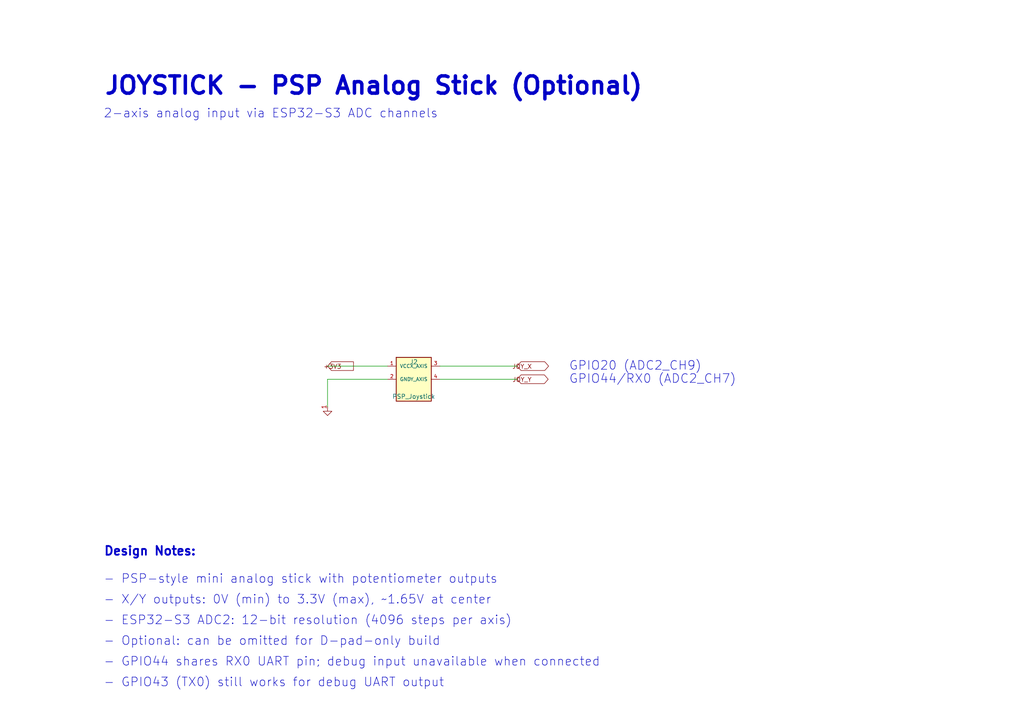
<source format=kicad_sch>
(kicad_sch (version 20231120) (generator "eeschema") (generator_version "9.0")
  (paper "A4")
  (title_block (title "Joystick - PSP Analog (Optional)") (comment 1 "ESP32 Emu Turbo - Handheld Retro Console") (comment 2 "Generated by scripts/generate_schematics"))
  (lib_symbols
    (symbol "PSP_Joystick" (pin_names (offset 1.016))
      (property "Reference" "J" (at 0 7.62 0))
      (property "Value" "PSP_Joystick" (at 0 -7.62 0))
      (symbol "PSP_Joystick_0_1"
        (rectangle (start -5.08 6.35) (end 5.08 -6.35) (stroke (width 0.254)) (fill (type background)))
      )
      (symbol "PSP_Joystick_1_1"
        (pin power_in line (at -7.62 3.81 0) (length 2.54) (name "VCC") (number "1"))
        (pin power_in line (at -7.62 0 0) (length 2.54) (name "GND") (number "2"))
        (pin output line (at 7.62 3.81 180) (length 2.54) (name "X_AXIS") (number "3"))
        (pin output line (at 7.62 0 180) (length 2.54) (name "Y_AXIS") (number "4"))
      )
    )
    (symbol "+3V3" (pin_names (offset 0) hide) (in_bom no) (on_board no)
      (property "Value" "+3V3" (at 0 3.81 0))
      (symbol "+3V3_0_1"
        (polyline (pts (xy -0.762 1.27) (xy 0 2.54)))
        (polyline (pts (xy 0 0) (xy 0 2.54)))
        (polyline (pts (xy 0 2.54) (xy 0.762 1.27)))
      )
      (symbol "+3V3_1_1"
        (pin power_in line (at 0 0 90) (length 0) (name "+3V3") (number "1"))
      )
    )
    (symbol "+5V" (pin_names (offset 0) hide) (in_bom no) (on_board no)
      (property "Value" "+5V" (at 0 3.81 0))
      (symbol "+5V_0_1"
        (polyline (pts (xy -0.762 1.27) (xy 0 2.54)))
        (polyline (pts (xy 0 0) (xy 0 2.54)))
        (polyline (pts (xy 0 2.54) (xy 0.762 1.27)))
      )
      (symbol "+5V_1_1"
        (pin power_in line (at 0 0 90) (length 0) (name "+5V") (number "1"))
      )
    )
    (symbol "GND" (pin_names (offset 0) hide) (in_bom no) (on_board no)
      (property "Value" "GND" (at 0 -3.81 0))
      (symbol "GND_0_1"
        (polyline (pts (xy 0 0) (xy 0 -1.27) (xy 1.27 -1.27) (xy 0 -2.54) (xy -1.27 -1.27) (xy 0 -1.27)))
      )
      (symbol "GND_1_1"
        (pin power_in line (at 0 0 270) (length 0) (name "GND") (number "1"))
      )
    )
  )
  (text "JOYSTICK - PSP Analog Stick (Optional)" (at 30 25 0) (effects (font (size 5 5) bold) (justify left)))
  (text "2-axis analog input via ESP32-S3 ADC channels" (at 30 33 0) (effects (font (size 2.54 2.54)) (justify left)))
  (symbol (lib_id "PSP_Joystick") (at 120 110 0) (unit 1)
    (property "Reference" "J2" (at 120 105 0))
    (property "Value" "PSP_Joystick" (at 120 115 0))
  )
  (global_label "+3V3" (shape input) (at 95 106.19 0))
  (wire (pts (xy 95 106.19) (xy 112.38 106.19)))
  (symbol (lib_id "GND") (at 95 118 0) (unit 1) (in_bom no) (on_board no)
    (property "Reference" "#PWR001" (effects hide))
    (property "Value" "GND" (effects hide))
  )
  (wire (pts (xy 112.38 110) (xy 95 110)))
  (wire (pts (xy 95 110) (xy 95 118)))
  (wire (pts (xy 127.62 106.19) (xy 150 106.19)))
  (global_label "JOY_X" (shape bidirectional) (at 150 106.19 0))
  (text "GPIO20 (ADC2_CH9)" (at 165 106.19 0) (effects (font (size 2.54 2.54)) (justify left)))
  (wire (pts (xy 127.62 110) (xy 150 110)))
  (global_label "JOY_Y" (shape bidirectional) (at 150 110 0))
  (text "GPIO44/RX0 (ADC2_CH7)" (at 165 110 0) (effects (font (size 2.54 2.54)) (justify left)))
  (text "Design Notes:" (at 30 160 0) (effects (font (size 2.54 2.54) bold) (justify left)))
  (text "- PSP-style mini analog stick with potentiometer outputs" (at 30 168 0) (effects (font (size 2.54 2.54)) (justify left)))
  (text "- X/Y outputs: 0V (min) to 3.3V (max), ~1.65V at center" (at 30 174 0) (effects (font (size 2.54 2.54)) (justify left)))
  (text "- ESP32-S3 ADC2: 12-bit resolution (4096 steps per axis)" (at 30 180 0) (effects (font (size 2.54 2.54)) (justify left)))
  (text "- Optional: can be omitted for D-pad-only build" (at 30 186 0) (effects (font (size 2.54 2.54)) (justify left)))
  (text "- GPIO44 shares RX0 UART pin; debug input unavailable when connected" (at 30 192 0) (effects (font (size 2.54 2.54)) (justify left)))
  (text "- GPIO43 (TX0) still works for debug UART output" (at 30 198 0) (effects (font (size 2.54 2.54)) (justify left)))
)
</source>
